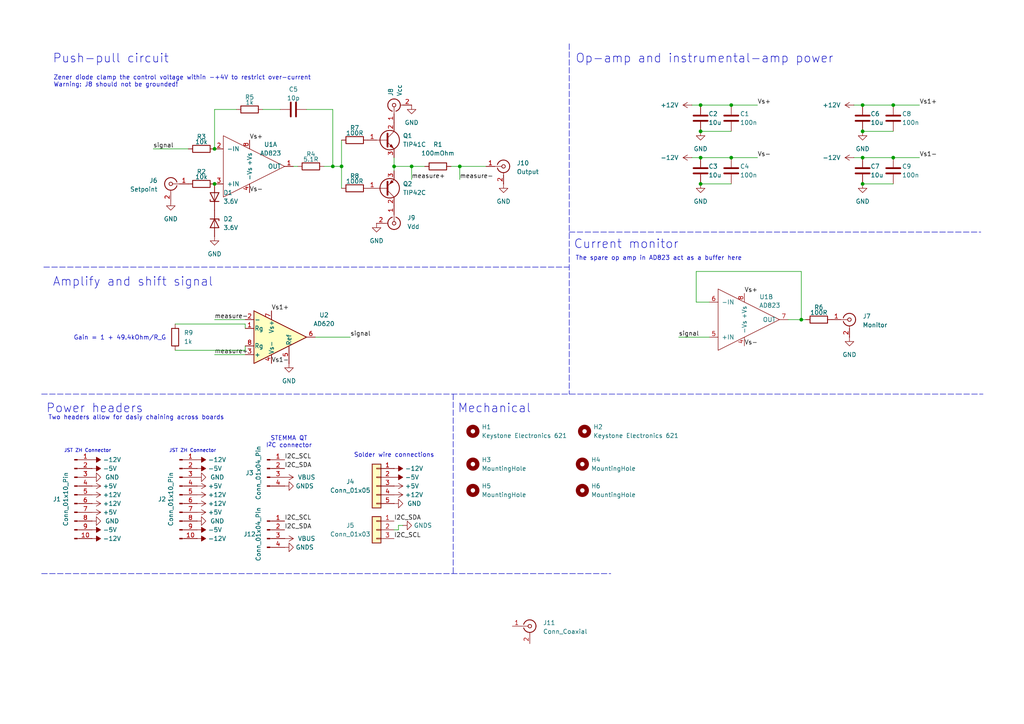
<source format=kicad_sch>
(kicad_sch (version 20250114) (generator "eeschema") (generator_version "9.0")
  (paper "A4")
  (title_block (title "???") (comment 1 "Designed by Jack Roth") (comment 2 "Compatible with Hammond Manufacturing series 1457"))
  (lib_symbols
    (symbol "Amplifier_Instrumentation:AD620" (pin_names (offset 0.127))
      (property "Reference" "U" (at 3.81 7.62 0))
      (property "Value" "AD620" (at 5.08 5.08 0))
      (symbol "AD620_0_1"
        (polyline (pts (xy -7.62 7.62) (xy -7.62 -7.62) (xy 7.62 0) (xy -7.62 7.62)) (stroke (width 0.254)) (fill (type background)))
      )
      (symbol "AD620_1_1"
        (pin input line (at -10.16 5.08 0) (length 2.54) (name "-") (number "2"))
        (pin passive line (at -10.16 2.54 0) (length 2.54) (name "Rg") (number "1"))
        (pin passive line (at -10.16 -2.54 0) (length 2.54) (name "Rg") (number "8"))
        (pin input line (at -10.16 -5.08 0) (length 2.54) (name "+") (number "3"))
        (pin power_in line (at -2.54 7.62 270) (length 2.54) (name "Vs+") (number "7"))
        (pin power_in line (at -2.54 -7.62 90) (length 2.54) (name "Vs-") (number "4"))
        (pin passive line (at 2.54 -7.62 90) (length 5.08) (name "Ref") (number "5"))
        (pin output line (at 10.16 0 180) (length 2.54) (name "~") (number "6"))
      )
    )
    (symbol "Connector:Conn_01x04_Pin" (pin_names (offset 1.016) (hide yes))
      (property "Reference" "J" (at 0 5.08 0))
      (property "Value" "Conn_01x04_Pin" (at 0 -7.62 0))
      (symbol "Conn_01x04_Pin_1_1"
        (rectangle (start 0.8636 2.667) (end 0 2.413) (stroke (width 0.1524)) (fill (type outline)))
        (rectangle (start 0.8636 0.127) (end 0 -0.127) (stroke (width 0.1524)) (fill (type outline)))
        (rectangle (start 0.8636 -2.413) (end 0 -2.667) (stroke (width 0.1524)) (fill (type outline)))
        (rectangle (start 0.8636 -4.953) (end 0 -5.207) (stroke (width 0.1524)) (fill (type outline)))
        (polyline (pts (xy 1.27 2.54) (xy 0.8636 2.54)) (stroke (width 0.1524)))
        (polyline (pts (xy 1.27 0) (xy 0.8636 0)) (stroke (width 0.1524)))
        (polyline (pts (xy 1.27 -2.54) (xy 0.8636 -2.54)) (stroke (width 0.1524)))
        (polyline (pts (xy 1.27 -5.08) (xy 0.8636 -5.08)) (stroke (width 0.1524)))
        (pin passive line (at 5.08 2.54 180) (length 3.81) (name "Pin_1") (number "1"))
        (pin passive line (at 5.08 0 180) (length 3.81) (name "Pin_2") (number "2"))
        (pin passive line (at 5.08 -2.54 180) (length 3.81) (name "Pin_3") (number "3"))
        (pin passive line (at 5.08 -5.08 180) (length 3.81) (name "Pin_4") (number "4"))
      )
    )
    (symbol "Connector:Conn_01x10_Pin" (pin_names (offset 1.016) (hide yes))
      (property "Reference" "J" (at 0 12.7 0))
      (property "Value" "Conn_01x10_Pin" (at 0 -15.24 0))
      (symbol "Conn_01x10_Pin_1_1"
        (rectangle (start 0.8636 10.287) (end 0 10.033) (stroke (width 0.1524)) (fill (type outline)))
        (rectangle (start 0.8636 7.747) (end 0 7.493) (stroke (width 0.1524)) (fill (type outline)))
        (rectangle (start 0.8636 5.207) (end 0 4.953) (stroke (width 0.1524)) (fill (type outline)))
        (rectangle (start 0.8636 2.667) (end 0 2.413) (stroke (width 0.1524)) (fill (type outline)))
        (rectangle (start 0.8636 0.127) (end 0 -0.127) (stroke (width 0.1524)) (fill (type outline)))
        (rectangle (start 0.8636 -2.413) (end 0 -2.667) (stroke (width 0.1524)) (fill (type outline)))
        (rectangle (start 0.8636 -4.953) (end 0 -5.207) (stroke (width 0.1524)) (fill (type outline)))
        (rectangle (start 0.8636 -7.493) (end 0 -7.747) (stroke (width 0.1524)) (fill (type outline)))
        (rectangle (start 0.8636 -10.033) (end 0 -10.287) (stroke (width 0.1524)) (fill (type outline)))
        (rectangle (start 0.8636 -12.573) (end 0 -12.827) (stroke (width 0.1524)) (fill (type outline)))
        (polyline (pts (xy 1.27 10.16) (xy 0.8636 10.16)) (stroke (width 0.1524)))
        (polyline (pts (xy 1.27 7.62) (xy 0.8636 7.62)) (stroke (width 0.1524)))
        (polyline (pts (xy 1.27 5.08) (xy 0.8636 5.08)) (stroke (width 0.1524)))
        (polyline (pts (xy 1.27 2.54) (xy 0.8636 2.54)) (stroke (width 0.1524)))
        (polyline (pts (xy 1.27 0) (xy 0.8636 0)) (stroke (width 0.1524)))
        (polyline (pts (xy 1.27 -2.54) (xy 0.8636 -2.54)) (stroke (width 0.1524)))
        (polyline (pts (xy 1.27 -5.08) (xy 0.8636 -5.08)) (stroke (width 0.1524)))
        (polyline (pts (xy 1.27 -7.62) (xy 0.8636 -7.62)) (stroke (width 0.1524)))
        (polyline (pts (xy 1.27 -10.16) (xy 0.8636 -10.16)) (stroke (width 0.1524)))
        (polyline (pts (xy 1.27 -12.7) (xy 0.8636 -12.7)) (stroke (width 0.1524)))
        (pin passive line (at 5.08 10.16 180) (length 3.81) (name "Pin_1") (number "1"))
        (pin passive line (at 5.08 7.62 180) (length 3.81) (name "Pin_2") (number "2"))
        (pin passive line (at 5.08 5.08 180) (length 3.81) (name "Pin_3") (number "3"))
        (pin passive line (at 5.08 2.54 180) (length 3.81) (name "Pin_4") (number "4"))
        (pin passive line (at 5.08 0 180) (length 3.81) (name "Pin_5") (number "5"))
        (pin passive line (at 5.08 -2.54 180) (length 3.81) (name "Pin_6") (number "6"))
        (pin passive line (at 5.08 -5.08 180) (length 3.81) (name "Pin_7") (number "7"))
        (pin passive line (at 5.08 -7.62 180) (length 3.81) (name "Pin_8") (number "8"))
        (pin passive line (at 5.08 -10.16 180) (length 3.81) (name "Pin_9") (number "9"))
        (pin passive line (at 5.08 -12.7 180) (length 3.81) (name "Pin_10") (number "10"))
      )
    )
    (symbol "Connector:Conn_Coaxial" (pin_names (offset 1.016) (hide yes))
      (property "Reference" "J" (at 0.254 3.048 0))
      (property "Value" "Conn_Coaxial" (at 2.921 0 90))
      (symbol "Conn_Coaxial_0_1"
        (polyline (pts (xy -2.54 0) (xy -0.508 0)))
        (arc (start 1.778 0) (mid 0.222 -1.8079) (end -1.778 -0.508) (stroke (width 0.254)))
        (arc (start -1.778 0.508) (mid 0.2221 1.8084) (end 1.778 0) (stroke (width 0.254)))
        (circle (center 0 0) (radius 0.508) (stroke (width 0.2032)))
        (polyline (pts (xy 0 -2.54) (xy 0 -1.778)))
      )
      (symbol "Conn_Coaxial_1_1"
        (pin passive line (at -5.08 0 0) (length 2.54) (name "In") (number "1"))
        (pin passive line (at 0 -5.08 90) (length 2.54) (name "Ext") (number "2"))
      )
    )
    (symbol "Connector_Generic:Conn_01x03" (pin_names (offset 1.016) (hide yes))
      (property "Reference" "J" (at 0 5.08 0))
      (property "Value" "Conn_01x03" (at 0 -5.08 0))
      (symbol "Conn_01x03_1_1"
        (rectangle (start -1.27 3.81) (end 1.27 -3.81) (stroke (width 0.254)) (fill (type background)))
        (rectangle (start -1.27 2.667) (end 0 2.413) (stroke (width 0.1524)))
        (rectangle (start -1.27 0.127) (end 0 -0.127) (stroke (width 0.1524)))
        (rectangle (start -1.27 -2.413) (end 0 -2.667) (stroke (width 0.1524)))
        (pin passive line (at -5.08 2.54 0) (length 3.81) (name "Pin_1") (number "1"))
        (pin passive line (at -5.08 0 0) (length 3.81) (name "Pin_2") (number "2"))
        (pin passive line (at -5.08 -2.54 0) (length 3.81) (name "Pin_3") (number "3"))
      )
    )
    (symbol "Connector_Generic:Conn_01x05" (pin_names (offset 1.016) (hide yes))
      (property "Reference" "J" (at 0 7.62 0))
      (property "Value" "Conn_01x05" (at 0 -7.62 0))
      (symbol "Conn_01x05_1_1"
        (rectangle (start -1.27 6.35) (end 1.27 -6.35) (stroke (width 0.254)) (fill (type background)))
        (rectangle (start -1.27 5.207) (end 0 4.953) (stroke (width 0.1524)))
        (rectangle (start -1.27 2.667) (end 0 2.413) (stroke (width 0.1524)))
        (rectangle (start -1.27 0.127) (end 0 -0.127) (stroke (width 0.1524)))
        (rectangle (start -1.27 -2.413) (end 0 -2.667) (stroke (width 0.1524)))
        (rectangle (start -1.27 -4.953) (end 0 -5.207) (stroke (width 0.1524)))
        (pin passive line (at -5.08 5.08 0) (length 3.81) (name "Pin_1") (number "1"))
        (pin passive line (at -5.08 2.54 0) (length 3.81) (name "Pin_2") (number "2"))
        (pin passive line (at -5.08 0 0) (length 3.81) (name "Pin_3") (number "3"))
        (pin passive line (at -5.08 -2.54 0) (length 3.81) (name "Pin_4") (number "4"))
        (pin passive line (at -5.08 -5.08 0) (length 3.81) (name "Pin_5") (number "5"))
      )
    )
    (symbol "Device:C" (pin_numbers (hide yes)) (pin_names (offset 0.254))
      (property "Reference" "C" (at 0.635 2.54 0))
      (property "Value" "C" (at 0.635 -2.54 0))
      (symbol "C_0_1"
        (polyline (pts (xy -2.032 0.762) (xy 2.032 0.762)) (stroke (width 0.508)))
        (polyline (pts (xy -2.032 -0.762) (xy 2.032 -0.762)) (stroke (width 0.508)))
      )
      (symbol "C_1_1"
        (pin passive line (at 0 3.81 270) (length 2.794) (name "~") (number "1"))
        (pin passive line (at 0 -3.81 90) (length 2.794) (name "~") (number "2"))
      )
    )
    (symbol "Device:D_Zener" (pin_numbers (hide yes)) (pin_names (offset 1.016) (hide yes))
      (property "Reference" "D" (at 0 2.54 0))
      (property "Value" "D_Zener" (at 0 -2.54 0))
      (symbol "D_Zener_0_1"
        (polyline (pts (xy -1.27 -1.27) (xy -1.27 1.27) (xy -0.762 1.27)) (stroke (width 0.254)))
        (polyline (pts (xy 1.27 0) (xy -1.27 0)))
        (polyline (pts (xy 1.27 -1.27) (xy 1.27 1.27) (xy -1.27 0) (xy 1.27 -1.27)) (stroke (width 0.254)))
      )
      (symbol "D_Zener_1_1"
        (pin passive line (at -3.81 0 0) (length 2.54) (name "K") (number "1"))
        (pin passive line (at 3.81 0 180) (length 2.54) (name "A") (number "2"))
      )
    )
    (symbol "Device:R" (pin_numbers (hide yes)) (pin_names (offset 0))
      (property "Reference" "R" (at 2.032 0 90))
      (property "Value" "R" (at 0 0 90))
      (symbol "R_0_1"
        (rectangle (start -1.016 -2.54) (end 1.016 2.54) (stroke (width 0.254)))
      )
      (symbol "R_1_1"
        (pin passive line (at 0 3.81 270) (length 1.27) (name "~") (number "1"))
        (pin passive line (at 0 -3.81 90) (length 1.27) (name "~") (number "2"))
      )
    )
    (symbol "Mechanical:MountingHole" (pin_names (offset 1.016)) (exclude_from_sim yes) (in_bom no)
      (property "Reference" "H" (at 0 5.08 0))
      (property "Value" "MountingHole" (at 0 3.175 0))
      (symbol "MountingHole_0_1"
        (circle (center 0 0) (radius 1.27) (stroke (width 1.27)))
      )
    )
    (symbol "Transistor_BJT:TIP41C" (pin_names (offset 0) (hide yes))
      (property "Reference" "Q" (at 6.35 1.905 0))
      (property "Value" "TIP41C" (at 6.35 0 0))
      (symbol "TIP41C_0_1"
        (polyline (pts (xy -2.54 0) (xy 0.635 0)))
        (polyline (pts (xy 0.635 1.905) (xy 0.635 -1.905)) (stroke (width 0.508)))
        (circle (center 1.27 0) (radius 2.8194) (stroke (width 0.254)))
      )
      (symbol "TIP41C_1_1"
        (polyline (pts (xy 0.635 0.635) (xy 2.54 2.54)))
        (polyline (pts (xy 0.635 -0.635) (xy 2.54 -2.54)))
        (polyline (pts (xy 1.27 -1.778) (xy 1.778 -1.27) (xy 2.286 -2.286) (xy 1.27 -1.778)) (fill (type outline)))
        (pin input line (at -5.08 0 0) (length 2.54) (name "B") (number "1"))
        (pin passive line (at 2.54 5.08 270) (length 2.54) (name "C") (number "2"))
        (pin passive line (at 2.54 -5.08 90) (length 2.54) (name "E") (number "3"))
      )
    )
    (symbol "Transistor_BJT:TIP42C" (pin_names (offset 0) (hide yes))
      (property "Reference" "Q" (at 6.35 1.905 0))
      (property "Value" "TIP42C" (at 6.35 0 0))
      (symbol "TIP42C_0_1"
        (polyline (pts (xy -2.54 0) (xy 0.635 0)))
        (polyline (pts (xy 0.635 1.905) (xy 0.635 -1.905)) (stroke (width 0.508)))
        (polyline (pts (xy 0.635 0.635) (xy 2.54 2.54)))
        (polyline (pts (xy 0.635 -0.635) (xy 2.54 -2.54)))
        (circle (center 1.27 0) (radius 2.8194) (stroke (width 0.254)))
        (polyline (pts (xy 2.286 -1.778) (xy 1.778 -2.286) (xy 1.27 -1.27) (xy 2.286 -1.778)) (fill (type outline)))
      )
      (symbol "TIP42C_1_1"
        (pin input line (at -5.08 0 0) (length 2.54) (name "B") (number "1"))
        (pin passive line (at 2.54 5.08 270) (length 2.54) (name "C") (number "2"))
        (pin passive line (at 2.54 -5.08 90) (length 2.54) (name "E") (number "3"))
      )
    )
    (symbol "matterwaves_symbol:AD823" (pin_names (offset 1.016))
      (property "Reference" "U" (at -11.43 1.27 0))
      (property "Value" "AD823" (at -11.43 -1.27 0))
      (symbol "AD823_0_1"
        (polyline (pts (xy 10.16 0) (xy -7.62 -8.89) (xy -7.62 8.89) (xy 10.16 0)))
        (pin passive line (at 0 7.62 270) (length 2.54) (name "+Vs") (number "8"))
        (pin passive line (at 0 -7.62 90) (length 2.54) (name "-Vs") (number "4"))
      )
      (symbol "AD823_1_1"
        (pin passive line (at -10.16 5.08 0) (length 2.54) (name "-IN") (number "2"))
        (pin passive line (at -10.16 -5.08 0) (length 2.54) (name "+IN") (number "3"))
        (pin passive line (at 12.7 0 180) (length 2.54) (name "OUT") (number "1"))
      )
      (symbol "AD823_2_1"
        (pin passive line (at -10.16 5.08 0) (length 2.54) (name "-IN") (number "6"))
        (pin passive line (at -10.16 -5.08 0) (length 2.54) (name "+IN") (number "5"))
        (pin passive line (at 12.7 0 180) (length 2.54) (name "OUT") (number "7"))
      )
    )
    (symbol "power:+12V" (power) (pin_numbers (hide yes)) (pin_names (offset 0) (hide yes))
      (property "Value" "+12V" (at 0 3.556 0))
      (symbol "+12V_0_1"
        (polyline (pts (xy -0.762 1.27) (xy 0 2.54)))
        (polyline (pts (xy 0 2.54) (xy 0.762 1.27)))
        (polyline (pts (xy 0 0) (xy 0 2.54)))
      )
      (symbol "+12V_1_1"
        (pin power_in line (at 0 0 90) (length 0) (name "~") (number "1"))
      )
    )
    (symbol "power:+5V" (power) (pin_numbers (hide yes)) (pin_names (offset 0) (hide yes))
      (property "Value" "+5V" (at 0 3.556 0))
      (symbol "+5V_0_1"
        (polyline (pts (xy -0.762 1.27) (xy 0 2.54)))
        (polyline (pts (xy 0 2.54) (xy 0.762 1.27)))
        (polyline (pts (xy 0 0) (xy 0 2.54)))
      )
      (symbol "+5V_1_1"
        (pin power_in line (at 0 0 90) (length 0) (name "~") (number "1"))
      )
    )
    (symbol "power:-12V" (power) (pin_numbers (hide yes)) (pin_names (offset 0) (hide yes))
      (property "Value" "-12V" (at 0 3.556 0))
      (symbol "-12V_0_0"
        (pin power_in line (at 0 0 90) (length 0) (name "~") (number "1"))
      )
      (symbol "-12V_0_1"
        (polyline (pts (xy 0 0) (xy 0 1.27) (xy 0.762 1.27) (xy 0 2.54) (xy -0.762 1.27) (xy 0 1.27)) (fill (type outline)))
      )
    )
    (symbol "power:-5V" (power) (pin_numbers (hide yes)) (pin_names (offset 0) (hide yes))
      (property "Value" "-5V" (at 0 3.556 0))
      (symbol "-5V_0_0"
        (pin power_in line (at 0 0 90) (length 0) (name "~") (number "1"))
      )
      (symbol "-5V_0_1"
        (polyline (pts (xy 0 0) (xy 0 1.27) (xy 0.762 1.27) (xy 0 2.54) (xy -0.762 1.27) (xy 0 1.27)) (fill (type outline)))
      )
    )
    (symbol "power:GND" (power) (pin_numbers (hide yes)) (pin_names (offset 0) (hide yes))
      (property "Value" "GND" (at 0 -3.81 0))
      (symbol "GND_0_1"
        (polyline (pts (xy 0 0) (xy 0 -1.27) (xy 1.27 -1.27) (xy 0 -2.54) (xy -1.27 -1.27) (xy 0 -1.27)))
      )
      (symbol "GND_1_1"
        (pin power_in line (at 0 0 270) (length 0) (name "~") (number "1"))
      )
    )
    (symbol "power:GNDS" (power) (pin_numbers (hide yes)) (pin_names (offset 0) (hide yes))
      (property "Value" "GNDS" (at 0 -3.81 0))
      (symbol "GNDS_0_1"
        (polyline (pts (xy 0 0) (xy 0 -1.27) (xy 1.27 -1.27) (xy 0 -2.54) (xy -1.27 -1.27) (xy 0 -1.27)))
      )
      (symbol "GNDS_1_1"
        (pin power_in line (at 0 0 270) (length 0) (name "~") (number "1"))
      )
    )
    (symbol "power:VBUS" (power) (pin_numbers (hide yes)) (pin_names (offset 0) (hide yes))
      (property "Value" "VBUS" (at 0 3.556 0))
      (symbol "VBUS_0_1"
        (polyline (pts (xy -0.762 1.27) (xy 0 2.54)))
        (polyline (pts (xy 0 2.54) (xy 0.762 1.27)))
        (polyline (pts (xy 0 0) (xy 0 2.54)))
      )
      (symbol "VBUS_1_1"
        (pin power_in line (at 0 0 90) (length 0) (name "~") (number "1"))
      )
    )
  )
  (text "Solder wire connections" (at 114.3 132.08 0) (effects (font (size 1.27 1.27))))
  (text "Amplify and shift signal" (at 15.24 83.312 0) (effects (font (size 2.54 2.54)) (justify left bottom)))
  (text "The spare op amp in AD823 act as a buffer here" (at 166.878 75.692 0) (effects (font (size 1.27 1.27)) (justify left bottom)))
  (text "Gain = 1 + 49.4kOhm/R_G" (at 21.336 98.806 0) (effects (font (size 1.27 1.27)) (justify left bottom)))
  (text "Push-pull circuit" (at 15.24 18.542 0) (effects (font (size 2.54 2.54)) (justify left bottom)))
  (text "Mechanical" (at 132.715 120.015 0) (effects (font (size 2.54 2.54)) (justify left bottom)))
  (text "STEMMA QT\nI^{2}C connector" (at 83.82 128.27 0) (effects (font (size 1.27 1.27))))
  (text "Zener diode clamp the control voltage within -+4V to restrict over-current\nWarning: J8 should not be grounded!" (at 15.494 25.4 0) (effects (font (size 1.27 1.27)) (justify left bottom)))
  (text "JST ZH Connector" (at 55.88 130.81 0) (effects (font (size 1 1))))
  (text "Op-amp and instrumental-amp power" (at 166.878 18.542 0) (effects (font (size 2.54 2.54)) (justify left bottom)))
  (text "Power headers" (at 13.335 120.015 0) (effects (font (size 2.54 2.54)) (justify left bottom)))
  (text "Two headers allow for dasiy chaining across boards" (at 13.97 121.92 0) (effects (font (size 1.27 1.27)) (justify left bottom)))
  (text "Current monitor" (at 166.37 72.39 0) (effects (font (size 2.54 2.54)) (justify left bottom)))
  (text "JST ZH Connector" (at 25.4 130.81 0) (effects (font (size 1 1))))
  (junction (at 212.09 45.72))
  (junction (at 203.2 38.1))
  (junction (at 114.3 48.26))
  (junction (at 62.23 53.34))
  (junction (at 212.09 30.48))
  (junction (at 259.08 30.48))
  (junction (at 203.2 45.72))
  (junction (at 250.19 45.72))
  (junction (at 203.2 53.34))
  (junction (at 133.35 48.26))
  (junction (at 250.19 38.1))
  (junction (at 259.08 45.72))
  (junction (at 119.38 48.26))
  (junction (at 250.19 30.48))
  (junction (at 203.2 30.48))
  (junction (at 99.06 48.26))
  (junction (at 232.41 92.71))
  (junction (at 62.23 43.18))
  (junction (at 96.52 48.26))
  (junction (at 250.19 53.34))
  (wire (pts (xy 119.38 48.26) (xy 123.19 48.26)))
  (wire (pts (xy 44.45 43.18) (xy 54.61 43.18)))
  (wire (pts (xy 62.23 102.87) (xy 71.12 102.87)))
  (wire (pts (xy 133.35 48.26) (xy 140.97 48.26)))
  (wire (pts (xy 250.19 38.1) (xy 259.08 38.1)))
  (polyline (pts (xy 12.065 166.37) (xy 177.165 166.37)) (stroke (width 0) (type dash)))
  (polyline (pts (xy 165.1 12.7) (xy 165.1 114.3)) (stroke (width 0) (type dash)))
  (wire (pts (xy 71.12 93.98) (xy 71.12 95.25)))
  (wire (pts (xy 50.8 93.98) (xy 71.12 93.98)))
  (polyline (pts (xy 165.1 67.31) (xy 284.48 67.31)) (stroke (width 0) (type dash)))
  (wire (pts (xy 266.7 30.48) (xy 259.08 30.48)))
  (wire (pts (xy 250.19 30.48) (xy 247.65 30.48)))
  (wire (pts (xy 114.3 153.67) (xy 115.57 153.67)))
  (wire (pts (xy 81.28 31.75) (xy 76.2 31.75)))
  (wire (pts (xy 119.38 52.07) (xy 119.38 48.26)))
  (wire (pts (xy 219.71 30.48) (xy 212.09 30.48)))
  (wire (pts (xy 201.93 87.63) (xy 201.93 78.74)))
  (wire (pts (xy 50.8 101.6) (xy 71.12 101.6)))
  (wire (pts (xy 99.06 40.64) (xy 99.06 48.26)))
  (wire (pts (xy 228.6 92.71) (xy 232.41 92.71)))
  (wire (pts (xy 130.81 48.26) (xy 133.35 48.26)))
  (wire (pts (xy 85.09 48.26) (xy 86.36 48.26)))
  (wire (pts (xy 115.57 152.4) (xy 115.57 153.67)))
  (wire (pts (xy 196.85 97.79) (xy 205.74 97.79)))
  (wire (pts (xy 99.06 48.26) (xy 99.06 54.61)))
  (wire (pts (xy 114.3 48.26) (xy 119.38 48.26)))
  (wire (pts (xy 62.23 92.71) (xy 71.12 92.71)))
  (polyline (pts (xy 12.7 77.47) (xy 165.1 77.47)) (stroke (width 0) (type dash)))
  (polyline (pts (xy 131.445 114.3) (xy 131.445 166.37)) (stroke (width 0) (type dash)))
  (polyline (pts (xy 12.065 114.3) (xy 285.115 114.3)) (stroke (width 0) (type dash)))
  (wire (pts (xy 133.35 52.07) (xy 133.35 48.26)))
  (wire (pts (xy 88.9 31.75) (xy 96.52 31.75)))
  (wire (pts (xy 203.2 38.1) (xy 212.09 38.1)))
  (wire (pts (xy 212.09 30.48) (xy 203.2 30.48)))
  (wire (pts (xy 232.41 78.74) (xy 232.41 92.71)))
  (wire (pts (xy 259.08 45.72) (xy 250.19 45.72)))
  (wire (pts (xy 212.09 45.72) (xy 203.2 45.72)))
  (wire (pts (xy 116.84 152.4) (xy 115.57 152.4)))
  (wire (pts (xy 71.12 101.6) (xy 71.12 100.33)))
  (wire (pts (xy 62.23 31.75) (xy 68.58 31.75)))
  (wire (pts (xy 101.6 97.79) (xy 91.44 97.79)))
  (wire (pts (xy 233.68 92.71) (xy 232.41 92.71)))
  (wire (pts (xy 96.52 48.26) (xy 99.06 48.26)))
  (wire (pts (xy 250.19 45.72) (xy 247.65 45.72)))
  (wire (pts (xy 259.08 30.48) (xy 250.19 30.48)))
  (wire (pts (xy 96.52 31.75) (xy 96.52 48.26)))
  (wire (pts (xy 250.19 53.34) (xy 259.08 53.34)))
  (wire (pts (xy 62.23 43.18) (xy 62.23 31.75)))
  (wire (pts (xy 201.93 78.74) (xy 232.41 78.74)))
  (wire (pts (xy 114.3 45.72) (xy 114.3 48.26)))
  (wire (pts (xy 219.71 45.72) (xy 212.09 45.72)))
  (wire (pts (xy 203.2 45.72) (xy 200.66 45.72)))
  (wire (pts (xy 266.7 45.72) (xy 259.08 45.72)))
  (wire (pts (xy 203.2 30.48) (xy 200.66 30.48)))
  (wire (pts (xy 114.3 48.26) (xy 114.3 49.53)))
  (wire (pts (xy 96.52 48.26) (xy 93.98 48.26)))
  (wire (pts (xy 203.2 53.34) (xy 212.09 53.34)))
  (wire (pts (xy 205.74 87.63) (xy 201.93 87.63)))
  (label "Vs1-" (at 266.7 45.72 0))
  (label "signal" (at 196.85 97.79 0))
  (label "I2C_SDA" (at 114.3 151.13 0))
  (label "Vs-" (at 215.9 100.33 0))
  (label "I2C_SCL" (at 82.55 151.13 0))
  (label "Vs+" (at 215.9 85.09 0))
  (label "Vs-" (at 72.39 55.88 0))
  (label "Vs-" (at 219.71 45.72 0))
  (label "measure+" (at 119.38 52.07 0))
  (label "signal" (at 101.6 97.79 0))
  (label "I2C_SDA" (at 82.55 135.89 0))
  (label "I2C_SCL" (at 114.3 156.21 0))
  (label "Vs1+" (at 266.7 30.48 0))
  (label "Vs+" (at 219.71 30.48 0))
  (label "measure+" (at 62.23 102.87 0))
  (label "signal" (at 44.45 43.18 0))
  (label "I2C_SCL" (at 82.55 133.35 0))
  (label "Vs1-" (at 78.74 105.41 0))
  (label "measure-" (at 62.23 92.71 0))
  (label "I2C_SDA" (at 82.55 153.67 0))
  (label "measure-" (at 133.35 52.07 0))
  (label "Vs+" (at 72.39 40.64 0))
  (label "Vs1+" (at 78.74 90.17 0))
  (symbol (lib_id "power:-12V") (at 114.3 135.89 270) (unit 1)
    (property "Reference" "#PWR023" (effects (hide yes)))
    (property "Value" "-12V" (at 117.475 135.89 90) (effects (justify left)))
    (property "Description" "Power symbol creates a global label with name \"-12V\"" (effects (hide yes)))
  )
  (symbol (lib_id "power:GND") (at 250.19 38.1 0) (unit 1)
    (property "Reference" "#PWR043" (effects (hide yes)))
    (property "Value" "GND" (at 250.19 43.18 0))
    (property "Description" "Power symbol creates a global label with name \"GND\" , ground" (effects (hide yes)))
  )
  (symbol (lib_id "Device:R") (at 102.87 54.61 90) (unit 1)
    (property "Reference" "R8" (at 102.87 51.054 90))
    (property "Value" "100R" (at 102.87 52.578 90))
    (property "Footprint" "Resistor_THT:R_Axial_DIN0207_L6.3mm_D2.5mm_P10.16mm_Horizontal" (effects (hide yes)))
    (property "Description" "Resistor" (effects (hide yes)))
    (property "LCSC" "C57438" (effects (hide yes)))
  )
  (symbol (lib_id "Mechanical:MountingHole") (at 137.16 134.62 0) (unit 1) (exclude_from_sim yes) (in_bom no)
    (property "Reference" "H3" (at 139.7 133.3499 0) (effects (justify left)))
    (property "Value" "MountingHole" (at 139.7 135.8899 0) (effects (justify left)))
    (property "Footprint" "MountingHole:MountingHole_3.2mm_M3" (effects (hide yes)))
    (property "Description" "Mounting Hole without connection" (effects (hide yes)))
  )
  (symbol (lib_id "Transistor_BJT:TIP41C") (at 111.76 40.64 0) (unit 1)
    (property "Reference" "Q1" (at 116.84 39.3699 0) (effects (justify left)))
    (property "Value" "TIP41C" (at 116.84 41.9099 0) (effects (justify left)))
    (property "Footprint" "Package_TO_SOT_THT:TO-220-3_Vertical" (effects (hide yes)))
    (property "Datasheet" "https://www.centralsemi.com/get_document.php?cmp=1&mergetype=pd&mergepath=pd&pdf_id=tip41.PDF" (effects (hide yes)))
    (property "Description" "6A Ic, 100V Vce, Power NPN Transistor, TO-220" (effects (hide yes)))
    (property "LCSC" "C92310" (effects (hide yes)))
  )
  (symbol (lib_id "power:-12V") (at 57.15 156.21 270) (unit 1)
    (property "Reference" "#PWR020" (effects (hide yes)))
    (property "Value" "-12V" (at 60.325 156.21 90) (effects (justify left)))
    (property "Description" "Power symbol creates a global label with name \"-12V\"" (effects (hide yes)))
  )
  (symbol (lib_id "Device:R") (at 127 48.26 90) (unit 1)
    (property "Reference" "R1" (at 127 41.91 90))
    (property "Value" "100mOhm" (at 127 44.45 90))
    (property "Description" "Resistor" (effects (hide yes)))
  )
  (symbol (lib_id "power:GND") (at 114.3 146.05 90) (unit 1)
    (property "Reference" "#PWR027" (effects (hide yes)))
    (property "Value" "GND" (at 118.11 146.05 90) (effects (justify right)))
    (property "Description" "Power symbol creates a global label with name \"GND\" , ground" (effects (hide yes)))
  )
  (symbol (lib_id "power:VBUS") (at 82.55 156.21 270) (unit 1)
    (property "Reference" "#PWR031" (effects (hide yes)))
    (property "Value" "VBUS" (at 86.36 156.2099 90) (effects (justify left)))
    (property "Description" "Power symbol creates a global label with name \"VBUS\"" (effects (hide yes)))
  )
  (symbol (lib_id "power:+12V") (at 26.67 146.05 270) (unit 1)
    (property "Reference" "#PWR06" (effects (hide yes)))
    (property "Value" "+12V" (at 29.845 146.05 90) (effects (justify left)))
    (property "Description" "Power symbol creates a global label with name \"+12V\"" (effects (hide yes)))
  )
  (symbol (lib_id "power:GND") (at 49.53 58.42 0) (unit 1)
    (property "Reference" "#PWR033" (effects (hide yes)))
    (property "Value" "GND" (at 49.53 63.5 0))
    (property "Description" "Power symbol creates a global label with name \"GND\" , ground" (effects (hide yes)))
  )
  (symbol (lib_id "power:GND") (at 57.15 151.13 90) (unit 1)
    (property "Reference" "#PWR018" (effects (hide yes)))
    (property "Value" "GND" (at 60.96 151.13 90) (effects (justify right)))
    (property "Description" "Power symbol creates a global label with name \"GND\" , ground" (effects (hide yes)))
  )
  (symbol (lib_id "Connector:Conn_01x04_Pin") (at 77.47 153.67 0) (unit 1)
    (property "Reference" "J12" (at 72.39 154.94 0))
    (property "Value" "Conn_01x04_Pin" (at 74.93 154.94 90))
    (property "Footprint" "Connector_JST:JST_PH_S4B-PH-K_1x04_P2.00mm_Horizontal" (effects (hide yes)))
    (property "Description" "Generic connector, single row, 01x04, script generated" (effects (hide yes)))
    (property "Digikey PN" "455-1721-ND" (effects (hide yes)))
  )
  (symbol (lib_id "Mechanical:MountingHole") (at 169.545 125.095 0) (unit 1)
    (property "Reference" "H2" (at 172.085 123.825 0) (effects (justify left)))
    (property "Value" "Keystone Electronics 621" (at 172.085 126.365 0) (effects (justify left)))
    (property "Footprint" "matterwaves:Keystone 621" (effects (hide yes)))
    (property "Description" "Mounting Hole without connection" (effects (hide yes)))
    (property "Digikey PN" "36-621-ND" (effects (hide yes)))
  )
  (symbol (lib_id "power:GND") (at 62.23 68.58 0) (unit 1)
    (property "Reference" "#PWR035" (effects (hide yes)))
    (property "Value" "GND" (at 62.23 73.66 0))
    (property "Description" "Power symbol creates a global label with name \"GND\" , ground" (effects (hide yes)))
  )
  (symbol (lib_id "Device:R") (at 50.8 97.79 0) (unit 1)
    (property "Reference" "R9" (at 53.34 96.5199 0) (effects (justify left)))
    (property "Value" "1k" (at 53.34 99.0599 0) (effects (justify left)))
    (property "Description" "Resistor" (effects (hide yes)))
  )
  (symbol (lib_id "power:+5V") (at 26.67 140.97 270) (unit 1)
    (property "Reference" "#PWR04" (effects (hide yes)))
    (property "Value" "+5V" (at 29.845 140.97 90) (effects (justify left)))
    (property "Description" "Power symbol creates a global label with name \"+5V\"" (effects (hide yes)))
  )
  (symbol (lib_id "Device:R") (at 90.17 48.26 90) (unit 1)
    (property "Reference" "R4" (at 90.17 44.704 90))
    (property "Value" "5.1R" (at 90.17 46.228 90))
    (property "Footprint" "Resistor_THT:R_Axial_DIN0207_L6.3mm_D2.5mm_P10.16mm_Horizontal" (effects (hide yes)))
    (property "Description" "Resistor" (effects (hide yes)))
    (property "LCSC" "C58639" (effects (hide yes)))
  )
  (symbol (lib_id "Device:C") (at 203.2 34.29 0) (unit 1)
    (property "Reference" "C2" (at 205.486 33.02 0) (effects (justify left)))
    (property "Value" "10u" (at 205.486 35.56 0) (effects (justify left)))
    (property "Footprint" "Capacitor_THT:C_Disc_D4.3mm_W1.9mm_P5.00mm" (effects (hide yes)))
    (property "Description" "Unpolarized capacitor" (effects (hide yes)))
  )
  (symbol (lib_id "power:GND") (at 250.19 53.34 0) (unit 1)
    (property "Reference" "#PWR044" (effects (hide yes)))
    (property "Value" "GND" (at 250.19 58.42 0))
    (property "Description" "Power symbol creates a global label with name \"GND\" , ground" (effects (hide yes)))
  )
  (symbol (lib_id "Connector_Generic:Conn_01x03") (at 109.22 153.67 0) (mirror y) (unit 1)
    (property "Reference" "J5" (at 101.6 152.4 0))
    (property "Value" "Conn_01x03" (at 101.6 154.94 0))
    (property "Footprint" "Connector_Wire:SolderWire-0.75sqmm_1x03_P4.8mm_D1.25mm_OD2.3mm" (effects (hide yes)))
    (property "Description" "Generic connector, single row, 01x03, script generated (kicad-library-utils/schlib/autogen/connector/)" (effects (hide yes)))
  )
  (symbol (lib_id "Device:C") (at 85.09 31.75 90) (unit 1)
    (property "Reference" "C5" (at 85.09 25.908 90))
    (property "Value" "10p" (at 85.09 28.448 90))
    (property "Footprint" "Capacitor_THT:C_Disc_D5.0mm_W2.5mm_P5.00mm" (effects (hide yes)))
    (property "Description" "Unpolarized capacitor" (effects (hide yes)))
    (property "LCSC" "C123155" (effects (hide yes)))
  )
  (symbol (lib_id "power:+12V") (at 57.15 143.51 270) (unit 1)
    (property "Reference" "#PWR015" (effects (hide yes)))
    (property "Value" "+12V" (at 60.325 143.51 90) (effects (justify left)))
    (property "Description" "Power symbol creates a global label with name \"+12V\"" (effects (hide yes)))
  )
  (symbol (lib_id "power:GND") (at 146.05 53.34 0) (unit 1)
    (property "Reference" "#PWR045" (effects (hide yes)))
    (property "Value" "GND" (at 146.05 58.42 0))
    (property "Description" "Power symbol creates a global label with name \"GND\" , ground" (effects (hide yes)))
  )
  (symbol (lib_id "Connector:Conn_Coaxial") (at 146.05 48.26 0) (unit 1)
    (property "Reference" "J10" (at 149.86 47.2831 0) (effects (justify left)))
    (property "Value" "Output" (at 149.86 49.8231 0) (effects (justify left)))
    (property "Footprint" "Connector_Coaxial:SMA_Molex_73251-1153_EdgeMount_Horizontal" (effects (hide yes)))
    (property "Description" "coaxial connector (BNC, SMA, SMB, SMC, Cinch/RCA, LEMO, ...)" (effects (hide yes)))
    (property "Digikey PN" "900-0732511153-ND" (effects (hide yes)))
  )
  (symbol (lib_id "Connector:Conn_Coaxial") (at 246.38 92.71 0) (unit 1)
    (property "Reference" "J7" (at 250.19 91.7331 0) (effects (justify left)))
    (property "Value" "Monitor" (at 250.19 94.2731 0) (effects (justify left)))
    (property "Footprint" "Connector_Coaxial:SMA_Molex_73251-1153_EdgeMount_Horizontal" (effects (hide yes)))
    (property "Description" "coaxial connector (BNC, SMA, SMB, SMC, Cinch/RCA, LEMO, ...)" (effects (hide yes)))
    (property "Digikey PN" "900-0732511153-ND" (effects (hide yes)))
  )
  (symbol (lib_id "power:GND") (at 26.67 138.43 90) (unit 1)
    (property "Reference" "#PWR03" (effects (hide yes)))
    (property "Value" "GND" (at 30.48 138.43 90) (effects (justify right)))
    (property "Description" "Power symbol creates a global label with name \"GND\" , ground" (effects (hide yes)))
  )
  (symbol (lib_id "Device:C") (at 259.08 49.53 0) (unit 1)
    (property "Reference" "C9" (at 261.62 48.26 0) (effects (justify left)))
    (property "Value" "100n" (at 261.62 50.8 0) (effects (justify left)))
    (property "Footprint" "Capacitor_THT:C_Disc_D4.3mm_W1.9mm_P5.00mm" (effects (hide yes)))
    (property "Description" "Unpolarized capacitor" (effects (hide yes)))
  )
  (symbol (lib_id "Connector:Conn_01x10_Pin") (at 21.59 143.51 0) (unit 1)
    (property "Reference" "J1" (at 16.51 144.78 0))
    (property "Value" "Conn_01x10_Pin" (at 19.05 144.78 90))
    (property "Footprint" "Connector_JST:JST_ZH_B10B-ZR_1x10_P1.50mm_Vertical" (effects (hide yes)))
    (property "Description" "Generic connector, single row, 01x10, script generated" (effects (hide yes)))
    (property "Digikey PN" "455-S10B-ZR-ND" (effects (hide yes)))
  )
  (symbol (lib_id "Connector_Generic:Conn_01x05") (at 109.22 140.97 0) (mirror y) (unit 1)
    (property "Reference" "J4" (at 101.6 139.7 0))
    (property "Value" "Conn_01x05" (at 101.6 142.24 0))
    (property "Footprint" "Connector_Wire:SolderWire-0.75sqmm_1x05_P4.8mm_D1.25mm_OD2.3mm" (effects (hide yes)))
    (property "Description" "Generic connector, single row, 01x05, script generated (kicad-library-utils/schlib/autogen/connector/)" (effects (hide yes)))
  )
  (symbol (lib_id "Device:C") (at 212.09 49.53 0) (unit 1)
    (property "Reference" "C4" (at 214.63 48.26 0) (effects (justify left)))
    (property "Value" "100n" (at 214.63 50.8 0) (effects (justify left)))
    (property "Footprint" "Capacitor_THT:C_Disc_D4.3mm_W1.9mm_P5.00mm" (effects (hide yes)))
    (property "Description" "Unpolarized capacitor" (effects (hide yes)))
  )
  (symbol (lib_id "power:+5V") (at 57.15 140.97 270) (unit 1)
    (property "Reference" "#PWR014" (effects (hide yes)))
    (property "Value" "+5V" (at 60.325 140.97 90) (effects (justify left)))
    (property "Description" "Power symbol creates a global label with name \"+5V\"" (effects (hide yes)))
  )
  (symbol (lib_id "Connector:Conn_01x04_Pin") (at 77.47 135.89 0) (unit 1)
    (property "Reference" "J3" (at 72.39 137.16 0))
    (property "Value" "Conn_01x04_Pin" (at 74.93 137.16 90))
    (property "Footprint" "Connector_JST:JST_PH_S4B-PH-K_1x04_P2.00mm_Horizontal" (effects (hide yes)))
    (property "Description" "Generic connector, single row, 01x04, script generated" (effects (hide yes)))
    (property "Digikey PN" "455-1721-ND" (effects (hide yes)))
  )
  (symbol (lib_id "Device:C") (at 203.2 49.53 0) (unit 1)
    (property "Reference" "C3" (at 205.486 48.26 0) (effects (justify left)))
    (property "Value" "10u" (at 205.486 50.8 0) (effects (justify left)))
    (property "Footprint" "Capacitor_THT:C_Disc_D4.3mm_W1.9mm_P5.00mm" (effects (hide yes)))
    (property "Description" "Unpolarized capacitor" (effects (hide yes)))
  )
  (symbol (lib_id "Device:C") (at 250.19 34.29 0) (unit 1)
    (property "Reference" "C6" (at 252.476 33.02 0) (effects (justify left)))
    (property "Value" "10u" (at 252.476 35.56 0) (effects (justify left)))
    (property "Footprint" "Capacitor_THT:C_Disc_D4.3mm_W1.9mm_P5.00mm" (effects (hide yes)))
    (property "Description" "Unpolarized capacitor" (effects (hide yes)))
  )
  (symbol (lib_id "power:+5V") (at 26.67 148.59 270) (unit 1)
    (property "Reference" "#PWR07" (effects (hide yes)))
    (property "Value" "+5V" (at 29.845 148.59 90) (effects (justify left)))
    (property "Description" "Power symbol creates a global label with name \"+5V\"" (effects (hide yes)))
  )
  (symbol (lib_id "Device:D_Zener") (at 62.23 57.15 90) (unit 1)
    (property "Reference" "D1" (at 64.77 55.8799 90) (effects (justify right)))
    (property "Value" "3.6V" (at 64.77 58.4199 90) (effects (justify right)))
    (property "Footprint" "Diode_THT:D_DO-35_SOD27_P10.16mm_Horizontal" (effects (hide yes)))
    (property "Description" "Zener diode" (effects (hide yes)))
  )
  (symbol (lib_id "power:GND") (at 109.22 64.77 0) (unit 1)
    (property "Reference" "#PWR029" (effects (hide yes)))
    (property "Value" "GND" (at 109.22 69.85 0))
    (property "Description" "Power symbol creates a global label with name \"GND\" , ground" (effects (hide yes)))
  )
  (symbol (lib_id "power:-5V") (at 26.67 153.67 270) (unit 1)
    (property "Reference" "#PWR09" (effects (hide yes)))
    (property "Value" "-5V" (at 29.845 153.67 90) (effects (justify left)))
    (property "Description" "Power symbol creates a global label with name \"-5V\"" (effects (hide yes)))
  )
  (symbol (lib_id "power:GND") (at 57.15 138.43 90) (unit 1)
    (property "Reference" "#PWR013" (effects (hide yes)))
    (property "Value" "GND" (at 60.96 138.43 90) (effects (justify right)))
    (property "Description" "Power symbol creates a global label with name \"GND\" , ground" (effects (hide yes)))
  )
  (symbol (lib_id "Mechanical:MountingHole") (at 137.16 125.095 0) (unit 1)
    (property "Reference" "H1" (at 139.7 123.825 0) (effects (justify left)))
    (property "Value" "Keystone Electronics 621" (at 139.7 126.365 0) (effects (justify left)))
    (property "Footprint" "matterwaves:Keystone 621" (effects (hide yes)))
    (property "Description" "Mounting Hole without connection" (effects (hide yes)))
    (property "Digikey PN" "36-621-ND" (effects (hide yes)))
  )
  (symbol (lib_id "power:GND") (at 26.67 151.13 90) (unit 1)
    (property "Reference" "#PWR08" (effects (hide yes)))
    (property "Value" "GND" (at 30.48 151.13 90) (effects (justify right)))
    (property "Description" "Power symbol creates a global label with name \"GND\" , ground" (effects (hide yes)))
  )
  (symbol (lib_id "Device:R") (at 102.87 40.64 90) (unit 1)
    (property "Reference" "R7" (at 102.87 37.084 90))
    (property "Value" "100R" (at 102.87 38.608 90))
    (property "Footprint" "Resistor_THT:R_Axial_DIN0207_L6.3mm_D2.5mm_P10.16mm_Horizontal" (effects (hide yes)))
    (property "Description" "Resistor" (effects (hide yes)))
    (property "LCSC" "C57438" (effects (hide yes)))
  )
  (symbol (lib_id "power:GND") (at 203.2 53.34 0) (unit 1)
    (property "Reference" "#PWR039" (effects (hide yes)))
    (property "Value" "GND" (at 203.2 58.42 0))
    (property "Description" "Power symbol creates a global label with name \"GND\" , ground" (effects (hide yes)))
  )
  (symbol (lib_id "power:+12V") (at 57.15 146.05 270) (unit 1)
    (property "Reference" "#PWR016" (effects (hide yes)))
    (property "Value" "+12V" (at 60.325 146.05 90) (effects (justify left)))
    (property "Description" "Power symbol creates a global label with name \"+12V\"" (effects (hide yes)))
  )
  (symbol (lib_id "power:VBUS") (at 82.55 138.43 270) (unit 1)
    (property "Reference" "#PWR021" (effects (hide yes)))
    (property "Value" "VBUS" (at 86.36 138.4299 90) (effects (justify left)))
    (property "Description" "Power symbol creates a global label with name \"VBUS\"" (effects (hide yes)))
  )
  (symbol (lib_id "power:GNDS") (at 116.84 152.4 90) (unit 1)
    (property "Reference" "#PWR028" (effects (hide yes)))
    (property "Value" "GNDS" (at 120.015 152.4 90) (effects (justify right)))
    (property "Description" "Power symbol creates a global label with name \"GNDS\" , signal ground" (effects (hide yes)))
  )
  (symbol (lib_id "power:-5V") (at 57.15 153.67 270) (unit 1)
    (property "Reference" "#PWR019" (effects (hide yes)))
    (property "Value" "-5V" (at 60.325 153.67 90) (effects (justify left)))
    (property "Description" "Power symbol creates a global label with name \"-5V\"" (effects (hide yes)))
  )
  (symbol (lib_id "power:+12V") (at 200.66 30.48 90) (unit 1)
    (property "Reference" "#PWR036" (effects (hide yes)))
    (property "Value" "+12V" (at 196.85 30.4799 90) (effects (justify left)))
    (property "Description" "Power symbol creates a global label with name \"+12V\"" (effects (hide yes)))
  )
  (symbol (lib_id "Transistor_BJT:TIP42C") (at 111.76 54.61 0) (mirror x) (unit 1)
    (property "Reference" "Q2" (at 116.84 53.3399 0) (effects (justify left)))
    (property "Value" "TIP42C" (at 116.84 55.8799 0) (effects (justify left)))
    (property "Footprint" "Package_TO_SOT_THT:TO-220-3_Vertical" (effects (hide yes)))
    (property "Datasheet" "https://www.centralsemi.com/get_document.php?cmp=1&mergetype=pd&mergepath=pd&pdf_id=TIP42.PDF" (effects (hide yes)))
    (property "Description" "-6A Ic, -100V Vce, Power PNP Transistor, TO-220" (effects (hide yes)))
    (property "LCSC" "C92311" (effects (hide yes)))
  )
  (symbol (lib_id "Device:R") (at 58.42 43.18 90) (unit 1)
    (property "Reference" "R3" (at 58.42 39.624 90))
    (property "Value" "10k" (at 58.42 41.148 90))
    (property "Footprint" "Resistor_THT:R_Axial_DIN0207_L6.3mm_D2.5mm_P10.16mm_Horizontal" (effects (hide yes)))
    (property "Description" "Resistor" (effects (hide yes)))
    (property "LCSC" "C57204" (effects (hide yes)))
  )
  (symbol (lib_id "Connector:Conn_Coaxial") (at 153.67 181.61 0) (unit 1)
    (property "Reference" "J11" (at 157.48 180.6331 0) (effects (justify left)))
    (property "Value" "Conn_Coaxial" (at 157.48 183.1731 0) (effects (justify left)))
    (property "Footprint" "Connector_Coaxial:SMA_Molex_73251-1153_EdgeMount_Horizontal" (effects (hide yes)))
    (property "Description" "coaxial connector (BNC, SMA, SMB, SMC, Cinch/RCA, LEMO, ...)" (effects (hide yes)))
    (property "Digikey PN" "900-0732511153-ND" (effects (hide yes)))
  )
  (symbol (lib_id "power:GND") (at 203.2 38.1 0) (unit 1)
    (property "Reference" "#PWR038" (effects (hide yes)))
    (property "Value" "GND" (at 203.2 43.18 0))
    (property "Description" "Power symbol creates a global label with name \"GND\" , ground" (effects (hide yes)))
  )
  (symbol (lib_id "Device:C") (at 250.19 49.53 0) (unit 1)
    (property "Reference" "C7" (at 252.476 48.26 0) (effects (justify left)))
    (property "Value" "10u" (at 252.476 50.8 0) (effects (justify left)))
    (property "Footprint" "Capacitor_THT:C_Disc_D4.3mm_W1.9mm_P5.00mm" (effects (hide yes)))
    (property "Description" "Unpolarized capacitor" (effects (hide yes)))
  )
  (symbol (lib_id "Mechanical:MountingHole") (at 137.16 142.24 0) (unit 1) (exclude_from_sim yes) (in_bom no)
    (property "Reference" "H5" (at 139.7 140.9699 0) (effects (justify left)))
    (property "Value" "MountingHole" (at 139.7 143.5099 0) (effects (justify left)))
    (property "Footprint" "MountingHole:MountingHole_3.2mm_M3" (effects (hide yes)))
    (property "Description" "Mounting Hole without connection" (effects (hide yes)))
  )
  (symbol (lib_id "Mechanical:MountingHole") (at 168.91 142.24 0) (unit 1) (exclude_from_sim yes) (in_bom no)
    (property "Reference" "H6" (at 171.45 140.9699 0) (effects (justify left)))
    (property "Value" "MountingHole" (at 171.45 143.5099 0) (effects (justify left)))
    (property "Footprint" "MountingHole:MountingHole_3.2mm_M3" (effects (hide yes)))
    (property "Description" "Mounting Hole without connection" (effects (hide yes)))
  )
  (symbol (lib_id "power:+12V") (at 200.66 45.72 90) (unit 1)
    (property "Reference" "#PWR037" (effects (hide yes)))
    (property "Value" "-12V" (at 196.85 45.7199 90) (effects (justify left)))
    (property "Description" "Power symbol creates a global label with name \"+12V\"" (effects (hide yes)))
  )
  (symbol (lib_id "power:+12V") (at 247.65 30.48 90) (unit 1)
    (property "Reference" "#PWR041" (effects (hide yes)))
    (property "Value" "+12V" (at 243.84 30.4799 90) (effects (justify left)))
    (property "Description" "Power symbol creates a global label with name \"+12V\"" (effects (hide yes)))
  )
  (symbol (lib_id "Device:R") (at 237.49 92.71 90) (unit 1)
    (property "Reference" "R6" (at 237.49 89.154 90))
    (property "Value" "100R" (at 237.49 90.678 90))
    (property "Footprint" "Resistor_THT:R_Axial_DIN0207_L6.3mm_D2.5mm_P10.16mm_Horizontal" (effects (hide yes)))
    (property "Description" "Resistor" (effects (hide yes)))
    (property "LCSC" "C57438" (effects (hide yes)))
  )
  (symbol (lib_id "power:-12V") (at 57.15 133.35 270) (unit 1)
    (property "Reference" "#PWR011" (effects (hide yes)))
    (property "Value" "-12V" (at 60.325 133.35 90) (effects (justify left)))
    (property "Description" "Power symbol creates a global label with name \"-12V\"" (effects (hide yes)))
  )
  (symbol (lib_id "power:+12V") (at 247.65 45.72 90) (unit 1)
    (property "Reference" "#PWR042" (effects (hide yes)))
    (property "Value" "-12V" (at 243.84 45.7199 90) (effects (justify left)))
    (property "Description" "Power symbol creates a global label with name \"+12V\"" (effects (hide yes)))
  )
  (symbol (lib_id "Connector:Conn_Coaxial") (at 114.3 30.48 90) (unit 1)
    (property "Reference" "J8" (at 113.3231 27.94 0) (effects (justify left)))
    (property "Value" "Vcc" (at 115.8631 27.94 0) (effects (justify left)))
    (property "Footprint" "Connector_Coaxial:SMA_Molex_73251-1153_EdgeMount_Horizontal" (effects (hide yes)))
    (property "Description" "coaxial connector (BNC, SMA, SMB, SMC, Cinch/RCA, LEMO, ...)" (effects (hide yes)))
    (property "Digikey PN" "900-0732511153-ND" (effects (hide yes)))
  )
  (symbol (lib_id "power:GND") (at 119.38 30.48 0) (unit 1)
    (property "Reference" "#PWR030" (effects (hide yes)))
    (property "Value" "GND" (at 119.38 35.56 0))
    (property "Description" "Power symbol creates a global label with name \"GND\" , ground" (effects (hide yes)))
  )
  (symbol (lib_id "power:+12V") (at 26.67 143.51 270) (unit 1)
    (property "Reference" "#PWR05" (effects (hide yes)))
    (property "Value" "+12V" (at 29.845 143.51 90) (effects (justify left)))
    (property "Description" "Power symbol creates a global label with name \"+12V\"" (effects (hide yes)))
  )
  (symbol (lib_id "power:GNDS") (at 82.55 158.75 90) (unit 1)
    (property "Reference" "#PWR032" (effects (hide yes)))
    (property "Value" "GNDS" (at 85.725 158.75 90) (effects (justify right)))
    (property "Description" "Power symbol creates a global label with name \"GNDS\" , signal ground" (effects (hide yes)))
  )
  (symbol (lib_id "power:-12V") (at 26.67 156.21 270) (unit 1)
    (property "Reference" "#PWR010" (effects (hide yes)))
    (property "Value" "-12V" (at 29.845 156.21 90) (effects (justify left)))
    (property "Description" "Power symbol creates a global label with name \"-12V\"" (effects (hide yes)))
  )
  (symbol (lib_id "power:GND") (at 83.82 105.41 0) (unit 1)
    (property "Reference" "#PWR034" (effects (hide yes)))
    (property "Value" "GND" (at 83.82 110.49 0))
    (property "Description" "Power symbol creates a global label with name \"GND\" , ground" (effects (hide yes)))
  )
  (symbol (lib_id "power:-5V") (at 26.67 135.89 270) (unit 1)
    (property "Reference" "#PWR02" (effects (hide yes)))
    (property "Value" "-5V" (at 29.845 135.89 90) (effects (justify left)))
    (property "Description" "Power symbol creates a global label with name \"-5V\"" (effects (hide yes)))
  )
  (symbol (lib_id "Device:D_Zener") (at 62.23 64.77 270) (unit 1)
    (property "Reference" "D2" (at 64.77 63.4999 90) (effects (justify left)))
    (property "Value" "3.6V" (at 64.77 66.0399 90) (effects (justify left)))
    (property "Footprint" "Diode_THT:D_DO-35_SOD27_P10.16mm_Horizontal" (effects (hide yes)))
    (property "Description" "Zener diode" (effects (hide yes)))
  )
  (symbol (lib_id "Device:C") (at 259.08 34.29 0) (unit 1)
    (property "Reference" "C8" (at 261.62 33.02 0) (effects (justify left)))
    (property "Value" "100n" (at 261.62 35.56 0) (effects (justify left)))
    (property "Footprint" "Capacitor_THT:C_Disc_D4.3mm_W1.9mm_P5.00mm" (effects (hide yes)))
    (property "Description" "Unpolarized capacitor" (effects (hide yes)))
  )
  (symbol (lib_id "Mechanical:MountingHole") (at 168.91 134.62 0) (unit 1) (exclude_from_sim yes) (in_bom no)
    (property "Reference" "H4" (at 171.45 133.3499 0) (effects (justify left)))
    (property "Value" "MountingHole" (at 171.45 135.8899 0) (effects (justify left)))
    (property "Footprint" "MountingHole:MountingHole_3.2mm_M3" (effects (hide yes)))
    (property "Description" "Mounting Hole without connection" (effects (hide yes)))
  )
  (symbol (lib_id "power:+12V") (at 114.3 143.51 270) (unit 1)
    (property "Reference" "#PWR026" (effects (hide yes)))
    (property "Value" "+12V" (at 117.475 143.51 90) (effects (justify left)))
    (property "Description" "Power symbol creates a global label with name \"+12V\"" (effects (hide yes)))
  )
  (symbol (lib_id "Connector:Conn_Coaxial") (at 114.3 64.77 270) (unit 1)
    (property "Reference" "J9" (at 118.11 63.1824 90) (effects (justify left)))
    (property "Value" "Vdd" (at 118.11 65.7224 90) (effects (justify left)))
    (property "Footprint" "Connector_Coaxial:SMA_Molex_73251-1153_EdgeMount_Horizontal" (effects (hide yes)))
    (property "Description" "coaxial connector (BNC, SMA, SMB, SMC, Cinch/RCA, LEMO, ...)" (effects (hide yes)))
    (property "Digikey PN" "900-0732511153-ND" (effects (hide yes)))
  )
  (symbol (lib_id "Device:R") (at 72.39 31.75 90) (unit 1)
    (property "Reference" "R5" (at 72.39 28.194 90))
    (property "Value" "1k" (at 72.39 29.718 90))
    (property "Footprint" "Resistor_THT:R_Axial_DIN0207_L6.3mm_D2.5mm_P10.16mm_Horizontal" (effects (hide yes)))
    (property "Description" "Resistor" (effects (hide yes)))
    (property "LCSC" "C57435" (effects (hide yes)))
  )
  (symbol (lib_id "matterwaves_symbol:AD823") (at 215.9 92.71 0) (unit 2)
    (property "Reference" "U1" (at 222.25 86.106 0))
    (property "Value" "AD823" (at 223.266 88.5758 0))
    (property "Footprint" "Package_DIP:DIP-8_W7.62mm_Socket_LongPads" (effects (hide yes)))
  )
  (symbol (lib_id "power:-12V") (at 26.67 133.35 270) (unit 1)
    (property "Reference" "#PWR01" (effects (hide yes)))
    (property "Value" "-12V" (at 29.845 133.35 90) (effects (justify left)))
    (property "Description" "Power symbol creates a global label with name \"-12V\"" (effects (hide yes)))
  )
  (symbol (lib_id "Device:R") (at 58.42 53.34 90) (unit 1)
    (property "Reference" "R2" (at 58.42 49.784 90))
    (property "Value" "10k" (at 58.42 51.308 90))
    (property "Footprint" "Resistor_THT:R_Axial_DIN0207_L6.3mm_D2.5mm_P10.16mm_Horizontal" (effects (hide yes)))
    (property "Description" "Resistor" (effects (hide yes)))
    (property "LCSC" "C57204" (effects (hide yes)))
  )
  (symbol (lib_id "power:-5V") (at 114.3 138.43 270) (unit 1)
    (property "Reference" "#PWR024" (effects (hide yes)))
    (property "Value" "-5V" (at 117.475 138.43 90) (effects (justify left)))
    (property "Description" "Power symbol creates a global label with name \"-5V\"" (effects (hide yes)))
  )
  (symbol (lib_id "power:GND") (at 246.38 97.79 0) (unit 1)
    (property "Reference" "#PWR040" (effects (hide yes)))
    (property "Value" "GND" (at 246.38 102.87 0))
    (property "Description" "Power symbol creates a global label with name \"GND\" , ground" (effects (hide yes)))
  )
  (symbol (lib_id "power:+5V") (at 114.3 140.97 270) (unit 1)
    (property "Reference" "#PWR025" (effects (hide yes)))
    (property "Value" "+5V" (at 117.475 140.97 90) (effects (justify left)))
    (property "Description" "Power symbol creates a global label with name \"+5V\"" (effects (hide yes)))
  )
  (symbol (lib_id "Device:C") (at 212.09 34.29 0) (unit 1)
    (property "Reference" "C1" (at 214.63 33.02 0) (effects (justify left)))
    (property "Value" "100n" (at 214.63 35.56 0) (effects (justify left)))
    (property "Footprint" "Capacitor_THT:C_Disc_D4.3mm_W1.9mm_P5.00mm" (effects (hide yes)))
    (property "Description" "Unpolarized capacitor" (effects (hide yes)))
  )
  (symbol (lib_id "power:+5V") (at 57.15 148.59 270) (unit 1)
    (property "Reference" "#PWR017" (effects (hide yes)))
    (property "Value" "+5V" (at 60.325 148.59 90) (effects (justify left)))
    (property "Description" "Power symbol creates a global label with name \"+5V\"" (effects (hide yes)))
  )
  (symbol (lib_id "Connector:Conn_Coaxial") (at 49.53 53.34 0) (mirror y) (unit 1)
    (property "Reference" "J6" (at 45.72 52.3631 0) (effects (justify left)))
    (property "Value" "Setpoint" (at 45.72 54.9031 0) (effects (justify left)))
    (property "Footprint" "Connector_Coaxial:SMA_Molex_73251-1153_EdgeMount_Horizontal" (effects (hide yes)))
    (property "Description" "coaxial connector (BNC, SMA, SMB, SMC, Cinch/RCA, LEMO, ...)" (effects (hide yes)))
    (property "Digikey PN" "900-0732511153-ND" (effects (hide yes)))
  )
  (symbol (lib_id "matterwaves_symbol:AD823") (at 72.39 48.26 0) (unit 1)
    (property "Reference" "U1" (at 78.486 41.91 0))
    (property "Value" "AD823" (at 78.486 44.45 0))
    (property "Footprint" "Package_DIP:DIP-8_W7.62mm_Socket_LongPads" (effects (hide yes)))
  )
  (symbol (lib_id "Connector:Conn_01x10_Pin") (at 52.07 143.51 0) (unit 1)
    (property "Reference" "J2" (at 46.99 144.78 0))
    (property "Value" "Conn_01x10_Pin" (at 49.53 144.78 90))
    (property "Footprint" "Connector_JST:JST_ZH_B10B-ZR_1x10_P1.50mm_Vertical" (effects (hide yes)))
    (property "Description" "Generic connector, single row, 01x10, script generated" (effects (hide yes)))
    (property "Digikey PN" "455-S10B-ZR-ND" (effects (hide yes)))
  )
  (symbol (lib_id "power:-5V") (at 57.15 135.89 270) (unit 1)
    (property "Reference" "#PWR012" (effects (hide yes)))
    (property "Value" "-5V" (at 60.325 135.89 90) (effects (justify left)))
    (property "Description" "Power symbol creates a global label with name \"-5V\"" (effects (hide yes)))
  )
  (symbol (lib_id "Amplifier_Instrumentation:AD620") (at 81.28 97.79 0) (unit 1)
    (property "Reference" "U2" (at 93.98 91.3698 0))
    (property "Value" "AD620" (at 93.98 93.9098 0))
    (property "Datasheet" "https://www.analog.com/media/en/technical-documentation/data-sheets/AD620.pdf" (effects (hide yes)))
    (property "Description" "Low Cost, Low Power, Instrumentation Amplifier, DIP-8/SOIC-8" (effects (hide yes)))
  )
  (symbol (lib_id "power:GNDS") (at 82.55 140.97 90) (unit 1)
    (property "Reference" "#PWR022" (effects (hide yes)))
    (property "Value" "GNDS" (at 85.725 140.97 90) (effects (justify right)))
    (property "Description" "Power symbol creates a global label with name \"GNDS\" , signal ground" (effects (hide yes)))
  )
)
</source>
